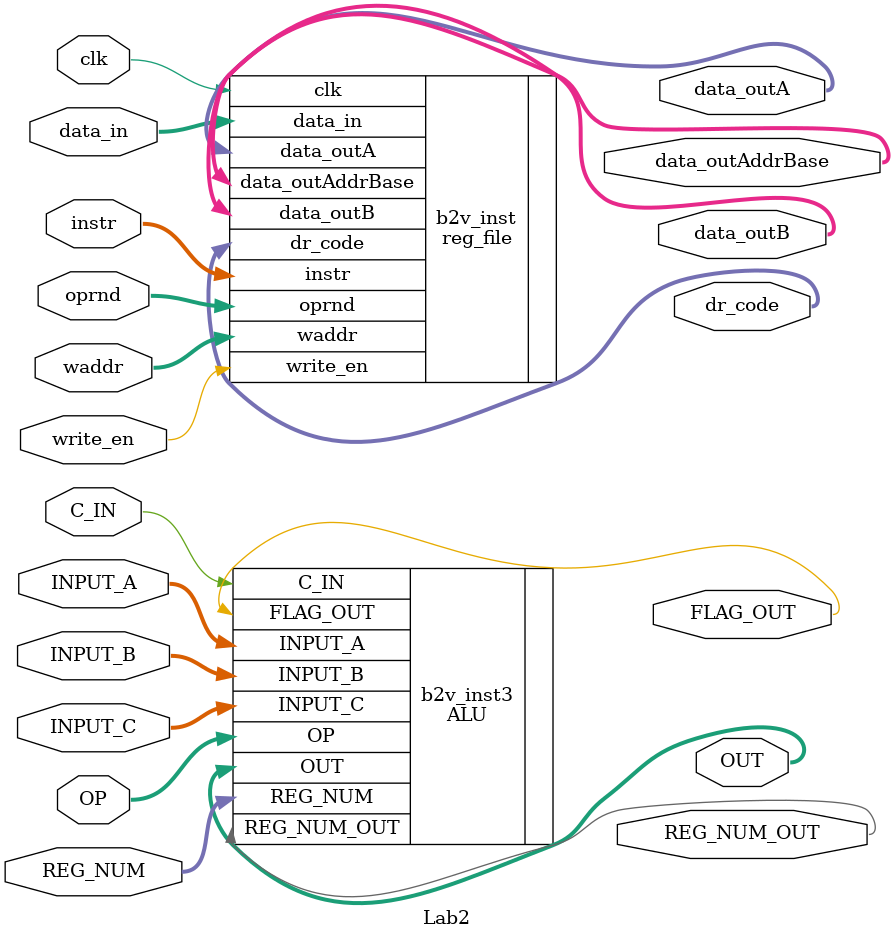
<source format=v>


module Lab2(
	clk,
	write_en,
	C_IN,
	data_in,
	INPUT_A,
	INPUT_B,
	INPUT_C,
	instr,
	OP,
	oprnd,
	REG_NUM,
	waddr,
	FLAG_OUT,
	REG_NUM_OUT,
	data_outA,
	data_outAddrBase,
	data_outB,
	dr_code,
	OUT
);


input wire	clk;
input wire	write_en;
input wire	C_IN;
input wire	[7:0] data_in;
input wire	[7:0] INPUT_A;
input wire	[7:0] INPUT_B;
input wire	[7:0] INPUT_C;
input wire	[4:0] instr;
input wire	[4:0] OP;
input wire	[3:0] oprnd;
input wire	[3:0] REG_NUM;
input wire	[3:0] waddr;
output wire	FLAG_OUT;
output wire	REG_NUM_OUT;
output wire	[7:0] data_outA;
output wire	[7:0] data_outAddrBase;
output wire	[7:0] data_outB;
output wire	[3:0] dr_code;
output wire	[7:0] OUT;






reg_file	b2v_inst(
	.clk(clk),
	.write_en(write_en),
	.data_in(data_in),
	.instr(instr),
	.oprnd(oprnd),
	.waddr(waddr),
	.data_outA(data_outA),
	.data_outAddrBase(data_outAddrBase),
	.data_outB(data_outB),
	.dr_code(dr_code));


ALU	b2v_inst3(
	.C_IN(C_IN),
	.INPUT_A(INPUT_A),
	.INPUT_B(INPUT_B),
	.INPUT_C(INPUT_C),
	.OP(OP),
	.REG_NUM(REG_NUM),
	.FLAG_OUT(FLAG_OUT),
	.REG_NUM_OUT(REG_NUM_OUT),
	.OUT(OUT));


endmodule

</source>
